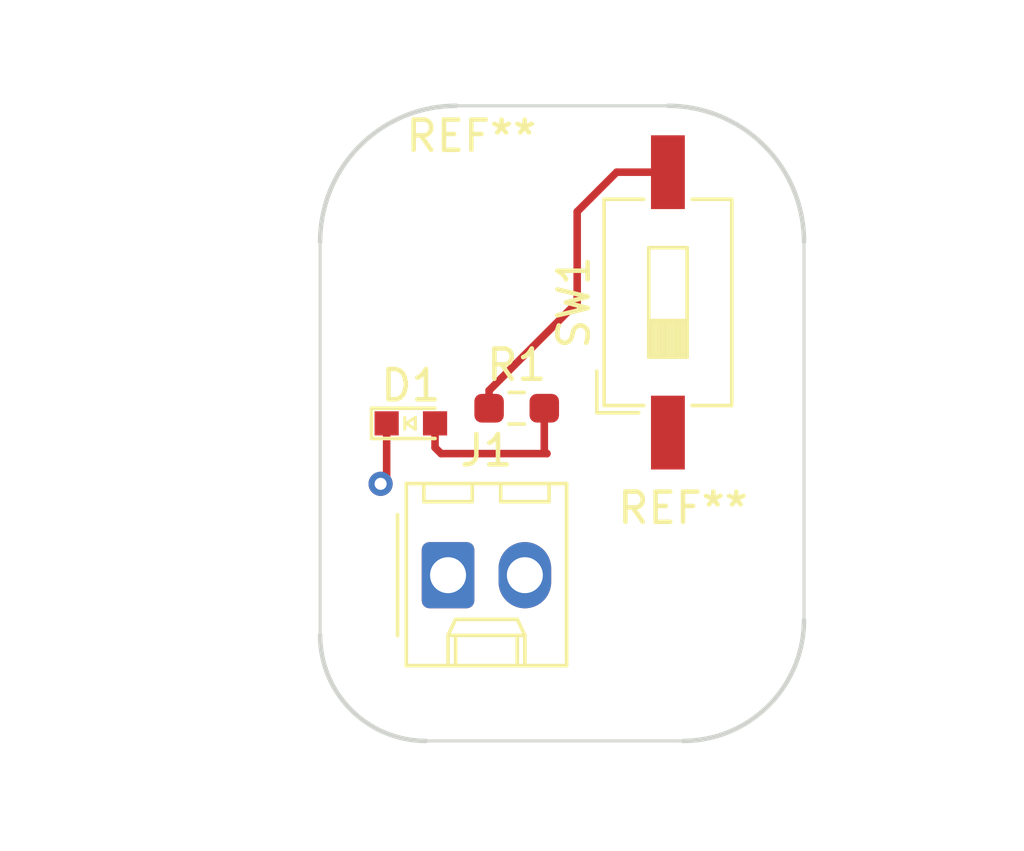
<source format=kicad_pcb>
(kicad_pcb (version 20240108) (generator "pcbnew") (generator_version "8.0")
  (title_block (title "LED Project") (date "2024-09-18") (rev "1.0") (company "Illini Solar Car") (comment 1 "Designed By: David Chen"))
  (layers (0 "F.Cu" signal) (31 "B.Cu" signal) (34 "B.Paste" user) (35 "F.Paste" user) (36 "B.SilkS" user "B.Silkscreen") (37 "F.SilkS" user "F.Silkscreen") (38 "B.Mask" user) (39 "F.Mask" user) (44 "Edge.Cuts" user))
  (net 0 "")
  (net 1 "Net-(D1-A)")
  (net 2 "GND")
  (net 3 "Net-(R1-Pad1)")
  (net 4 "+3V3")
  (footprint "MountingHole:MountingHole_3.2mm_M3" (layer "F.Cu") (at 76.5 52)
    (property "Reference" "REF**" (at 1 -4 0) (layer "F.SilkS"))
    (property "Value" "MountingHole_3.2mm_M3")
    (pad "" np_thru_hole circle (at 0 0) (size 3.2 3.2) (drill 3.2) (layers "*.Cu" "*.Mask"))
  )
  (footprint "layout:LED_0603_Symbol_on_F.SilkS" (layer "F.Cu") (at 75.5 57.5)
    (property "Reference" "D1" (at 0 -1.25 0) (layer "F.SilkS"))
    (property "Value" "LED_RED")
    (fp_line (start -1.3 -0.5) (end -1.3 0.5) (stroke (width 0.12)) (layer "F.SilkS"))
    (fp_line (start -1.3 -0.5) (end 0.8 -0.5) (stroke (width 0.12)) (layer "F.SilkS"))
    (fp_line (start -1.3 0.5) (end 0.8 0.5) (stroke (width 0.12)) (layer "F.SilkS"))
    (fp_line (start -0.2 -0.2) (end -0.2 0.2) (stroke (width 0.1)) (layer "F.SilkS"))
    (fp_line (start -0.15 0) (end 0.15 -0.2) (stroke (width 0.1)) (layer "F.SilkS"))
    (fp_line (start 0.15 -0.2) (end 0.15 0.2) (stroke (width 0.1)) (layer "F.SilkS"))
    (fp_line (start 0.15 0.2) (end -0.15 0) (stroke (width 0.1)) (layer "F.SilkS"))
    (pad "1" smd rect (at -0.8 0 180) (size 0.8 0.8) (layers "F.Cu" "F.Paste" "F.Mask") (net 2 "GND"))
    (pad "2" smd rect (at 0.8 0 180) (size 0.8 0.8) (layers "F.Cu" "F.Paste" "F.Mask") (net 1 "Net-(D1-A)"))
  )
  (footprint "Connector_Molex:Molex_KK-254_AE-6410-02A_1x02_P2.54mm_Vertical" (layer "F.Cu") (at 76.73 62.52)
    (property "Reference" "J1" (at 1.27 -4.12 0) (layer "F.SilkS"))
    (property "Value" "Conn_01x02")
    (fp_line (start -1.67 -2) (end -1.67 2) (stroke (width 0.12)) (layer "F.SilkS"))
    (fp_line (start -1.38 -3.03) (end -1.38 2.99) (stroke (width 0.12)) (layer "F.SilkS"))
    (fp_line (start -1.38 2.99) (end 3.92 2.99) (stroke (width 0.12)) (layer "F.SilkS"))
    (fp_line (start -0.8 -3.03) (end -0.8 -2.43) (stroke (width 0.12)) (layer "F.SilkS"))
    (fp_line (start -0.8 -2.43) (end 0.8 -2.43) (stroke (width 0.12)) (layer "F.SilkS"))
    (fp_line (start 0 1.99) (end 0.25 1.46) (stroke (width 0.12)) (layer "F.SilkS"))
    (fp_line (start 0 1.99) (end 2.54 1.99) (stroke (width 0.12)) (layer "F.SilkS"))
    (fp_line (start 0 2.99) (end 0 1.99) (stroke (width 0.12)) (layer "F.SilkS"))
    (fp_line (start 0.25 1.46) (end 2.29 1.46) (stroke (width 0.12)) (layer "F.SilkS"))
    (fp_line (start 0.25 2.99) (end 0.25 1.99) (stroke (width 0.12)) (layer "F.SilkS"))
    (fp_line (start 0.8 -2.43) (end 0.8 -3.03) (stroke (width 0.12)) (layer "F.SilkS"))
    (fp_line (start 1.74 -3.03) (end 1.74 -2.43) (stroke (width 0.12)) (layer "F.SilkS"))
    (fp_line (start 1.74 -2.43) (end 3.34 -2.43) (stroke (width 0.12)) (layer "F.SilkS"))
    (fp_line (start 2.29 1.46) (end 2.54 1.99) (stroke (width 0.12)) (layer "F.SilkS"))
    (fp_line (start 2.29 2.99) (end 2.29 1.99) (stroke (width 0.12)) (layer "F.SilkS"))
    (fp_line (start 2.54 1.99) (end 2.54 2.99) (stroke (width 0.12)) (layer "F.SilkS"))
    (fp_line (start 3.34 -2.43) (end 3.34 -3.03) (stroke (width 0.12)) (layer "F.SilkS"))
    (fp_line (start 3.92 -3.03) (end -1.38 -3.03) (stroke (width 0.12)) (layer "F.SilkS"))
    (fp_line (start 3.92 2.99) (end 3.92 -3.03) (stroke (width 0.12)) (layer "F.SilkS"))
    (pad "1" thru_hole roundrect (at 0 0) (size 1.74 2.19) (drill 1.19) (layers "*.Cu" "*.Mask") (roundrect_rratio 0.143678) (net 2 "GND"))
    (pad "2" thru_hole oval (at 2.54 0) (size 1.74 2.19) (drill 1.19) (layers "*.Cu" "*.Mask") (net 4 "+3V3"))
  )
  (footprint "Resistor_SMD:R_0603_1608Metric_Pad0.98x0.95mm_HandSolder" (layer "F.Cu") (at 79 57)
    (property "Reference" "R1" (at 0 -1.43 0) (layer "F.SilkS"))
    (property "Value" "105")
    (fp_line (start -0.254724 -0.5225) (end 0.254724 -0.5225) (stroke (width 0.12)) (layer "F.SilkS"))
    (fp_line (start -0.254724 0.5225) (end 0.254724 0.5225) (stroke (width 0.12)) (layer "F.SilkS"))
    (pad "1" smd roundrect (at -0.9125 0) (size 0.975 0.95) (layers "F.Cu" "F.Paste" "F.Mask") (net 3 "Net-(R1-Pad1)"))
    (pad "2" smd roundrect (at 0.9125 0) (size 0.975 0.95) (layers "F.Cu" "F.Paste" "F.Mask") (net 1 "Net-(D1-A)"))
  )
  (footprint "Button_Switch_SMD:SW_DIP_SPSTx01_Slide_6.7x4.1mm_W8.61mm_P2.54mm_LowProfile" (layer "F.Cu") (at 84 53.5 90)
    (property "Reference" "SW1" (at 0 -3.11 90) (layer "F.SilkS"))
    (property "Value" "SW_Push")
    (fp_line (start -3.65 -2.35) (end -2.267 -2.35) (stroke (width 0.12)) (layer "F.SilkS"))
    (fp_line (start -3.65 -2.35) (end -3.65 -0.967) (stroke (width 0.12)) (layer "F.SilkS"))
    (fp_line (start 3.41 -2.11) (end 3.41 -0.8) (stroke (width 0.12)) (layer "F.SilkS"))
    (fp_line (start -3.41 -2.11) (end 3.41 -2.11) (stroke (width 0.12)) (layer "F.SilkS"))
    (fp_line (start -3.41 -2.11) (end -3.41 -0.8) (stroke (width 0.12)) (layer "F.SilkS"))
    (fp_line (start 1.81 -0.635) (end -1.81 -0.635) (stroke (width 0.12)) (layer "F.SilkS"))
    (fp_line (start -0.603333 -0.635) (end -0.603333 0.635) (stroke (width 0.12)) (layer "F.SilkS"))
    (fp_line (start -1.81 -0.635) (end -1.81 0.635) (stroke (width 0.12)) (layer "F.SilkS"))
    (fp_line (start -1.81 -0.515) (end -0.603333 -0.515) (stroke (width 0.12)) (layer "F.SilkS"))
    (fp_line (start -1.81 -0.395) (end -0.603333 -0.395) (stroke (width 0.12)) (layer "F.SilkS"))
    (fp_line (start -1.81 -0.275) (end -0.603333 -0.275) (stroke (width 0.12)) (layer "F.SilkS"))
    (fp_line (start -1.81 -0.155) (end -0.603333 -0.155) (stroke (width 0.12)) (layer "F.SilkS"))
    (fp_line (start -1.81 -0.035) (end -0.603333 -0.035) (stroke (width 0.12)) (layer "F.SilkS"))
    (fp_line (start -1.81 0.085) (end -0.603333 0.085) (stroke (width 0.12)) (layer "F.SilkS"))
    (fp_line (start -1.81 0.205) (end -0.603333 0.205) (stroke (width 0.12)) (layer "F.SilkS"))
    (fp_line (start -1.81 0.325) (end -0.603333 0.325) (stroke (width 0.12)) (layer "F.SilkS"))
    (fp_line (start -1.81 0.445) (end -0.603333 0.445) (stroke (width 0.12)) (layer "F.SilkS"))
    (fp_line (start -1.81 0.565) (end -0.603333 0.565) (stroke (width 0.12)) (layer "F.SilkS"))
    (fp_line (start 1.81 0.635) (end 1.81 -0.635) (stroke (width 0.12)) (layer "F.SilkS"))
    (fp_line (start -1.81 0.635) (end 1.81 0.635) (stroke (width 0.12)) (layer "F.SilkS"))
    (fp_line (start 3.41 0.8) (end 3.41 2.11) (stroke (width 0.12)) (layer "F.SilkS"))
    (fp_line (start -3.41 0.8) (end -3.41 2.11) (stroke (width 0.12)) (layer "F.SilkS"))
    (fp_line (start -3.41 2.11) (end 3.41 2.11) (stroke (width 0.12)) (layer "F.SilkS"))
    (pad "1" smd rect (at -4.305 0 90) (size 2.44 1.12) (layers "F.Cu" "F.Paste" "F.Mask") (net 4 "+3V3"))
    (pad "2" smd rect (at 4.305 0 90) (size 2.44 1.12) (layers "F.Cu" "F.Paste" "F.Mask") (net 3 "Net-(R1-Pad1)"))
  )
  (footprint "MountingHole:MountingHole_3.2mm_M3" (layer "F.Cu") (at 84.5 64.5)
    (property "Reference" "REF**" (at 0 -4.2 0) (layer "F.SilkS"))
    (property "Value" "MountingHole_3.2mm_M3")
    (pad "" np_thru_hole circle (at 0 0) (size 3.2 3.2) (drill 3.2) (layers "*.Cu" "*.Mask"))
  )
  (gr_arc (start 84 47) (mid 87.181981 48.318019) (end 88.5 51.5) (stroke (width 0.15)) (layer "Edge.Cuts"))
  (gr_arc (start 88.5 64) (mid 87.328427 66.828427) (end 84.5 68) (stroke (width 0.15)) (layer "Edge.Cuts"))
  (gr_arc (start 72.5 51.5) (mid 73.818019 48.318019) (end 77 47) (stroke (width 0.15)) (layer "Edge.Cuts"))
  (gr_line (start 72.5 64.5) (end 72.5 51.5) (stroke (width 0.1)) (layer "Edge.Cuts"))
  (gr_line (start 77 47) (end 84 47) (stroke (width 0.1)) (layer "Edge.Cuts"))
  (gr_line (start 88.5 51.5) (end 88.5 64) (stroke (width 0.1)) (layer "Edge.Cuts"))
  (gr_arc (start 76 68) (mid 73.525126 66.974874) (end 72.5 64.5) (stroke (width 0.15)) (layer "Edge.Cuts"))
  (gr_line (start 84.5 68) (end 76 68) (stroke (width 0.1)) (layer "Edge.Cuts"))
  (segment (start 76.3 57.5) (end 76.3 58.3) (width 0.25) (layer "F.Cu") (net 1))
  (segment (start 76.3 58.3) (end 76.5 58.5) (width 0.25) (layer "F.Cu") (net 1))
  (segment (start 79.9125 58.4125) (end 79.9125 57) (width 0.25) (layer "F.Cu") (net 1))
  (segment (start 80 58.5) (end 79.9125 58.4125) (width 0.25) (layer "F.Cu") (net 1))
  (segment (start 76.5 58.5) (end 80 58.5) (width 0.25) (layer "F.Cu") (net 1))
  (segment (start 74.5 59.5) (end 74.7 59.3) (width 0.25) (layer "F.Cu") (net 2))
  (segment (start 74.7 59.3) (end 74.7 57.5) (width 0.25) (layer "F.Cu") (net 2))
  (via (at 74.5 59.5) (size 0.8) (drill 0.4) (layers "F.Cu" "B.Cu") (net 2))
  (segment (start 78.0875 56.4125) (end 78.0875 57) (width 0.25) (layer "F.Cu") (net 3))
  (segment (start 81 53.5) (end 78.0875 56.4125) (width 0.25) (layer "F.Cu") (net 3))
  (segment (start 82.305 49.195) (end 81 50.5) (width 0.25) (layer "F.Cu") (net 3))
  (segment (start 81 50.5) (end 81 53.5) (width 0.25) (layer "F.Cu") (net 3))
  (segment (start 84 49.195) (end 82.305 49.195) (width 0.25) (layer "F.Cu") (net 3))
)
</source>
